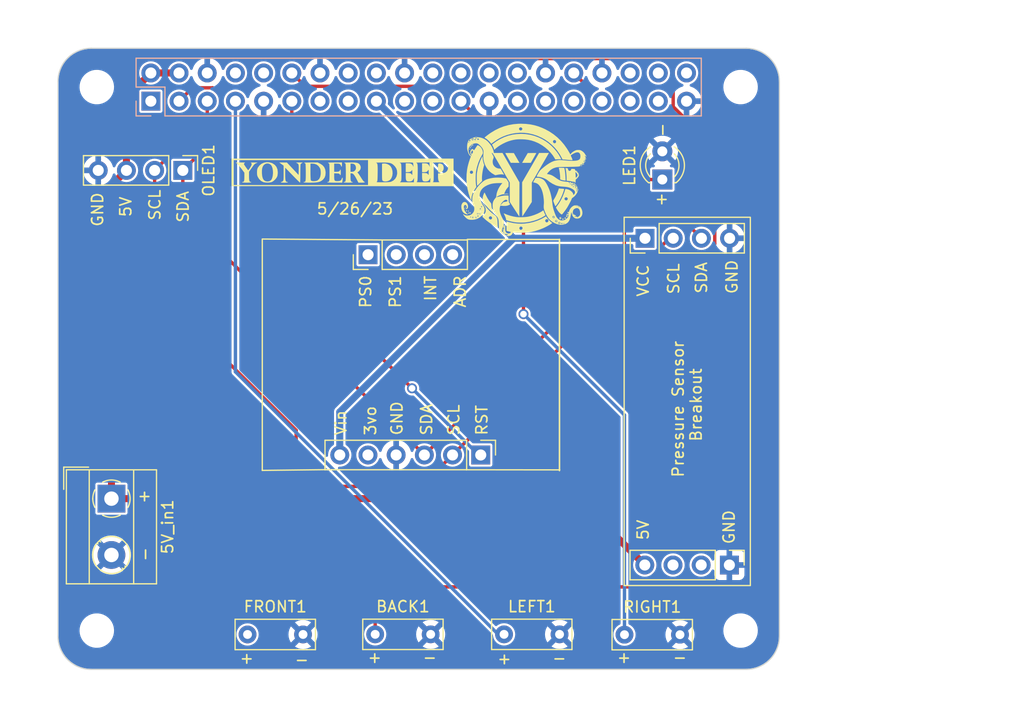
<source format=kicad_pcb>
(kicad_pcb (version 20211014) (generator pcbnew)
  (title_block (date "15 nov 2012"))
  (layers (0 "F.Cu" signal) (31 "B.Cu" signal) (34 "B.Paste" user) (35 "F.Paste" user) (36 "B.SilkS" user "B.Silkscreen") (37 "F.SilkS" user "F.Silkscreen") (38 "B.Mask" user) (39 "F.Mask" user) (44 "Edge.Cuts" user))
  (net 0 "")
  (net 1 "GND")
  (net 2 "Back_Motor")
  (net 3 "Front_Motor")
  (net 4 "IMU_RST")
  (net 5 "/GPIO[14]{slash}TXD0")
  (net 6 "/GPIO[15]{slash}RXD0")
  (net 7 "SCL1")
  (net 8 "SDA1")
  (net 10 "/GPIO[22]")
  (net 11 "/GPIO[23]")
  (net 12 "3.3V")
  (net 13 "/GPIO[10]{slash}SPI0.MOSI")
  (net 14 "/GPIO[9]{slash}SPI0.MISO")
  (net 15 "/GPIO[25]")
  (net 17 "/GPIO[8]{slash}SPI0.CE0")
  (net 18 "/GPIO[7]{slash}SPI0.CE1")
  (net 19 "/ID_SDA")
  (net 20 "/ID_SCL")
  (net 21 "/GPIO[5]")
  (net 22 "/GPIO[6]")
  (net 24 "/GPIO[13]{slash}PWM1")
  (net 25 "/GPIO[19]{slash}PCM.FS")
  (net 26 "/GPIO[16]")
  (net 27 "/GPIO[26]")
  (net 28 "/GPIO[20]{slash}PCM.DIN")
  (net 29 "/GPIO[21]{slash}PCM.DOUT")
  (net 32 "5V")
  (net 33 "/GPIO[27]")
  (net 34 "Right_Motor")
  (net 35 "LED_GPIO12")
  (net 38 "Left_Motor")
  (footprint "MountingHole:MountingHole_2.7mm_M2.5" (layer "F.Cu") (at 161.5 47.5)
    (fp_text reference "MH2" hide)
    (fp_text value "MountingHole_2.7mm_M2.5" hide)
    (pad "" np_thru_hole circle locked (at 0 0) (size 2.7 2.7) (drill 2.7) (layers *.Cu *.Mask))
  )
  (footprint "LED_THT:LED_D3.0mm" (layer "F.Cu") (at 154.45 55.835 90)
    (fp_text reference "LED1" (at 1.27 -2.96 90) (layer "F.SilkS"))
    (fp_text value "Conn_01x02_Female" hide)
    (pad "1" thru_hole rect (at 0 0 90) (size 1.8 1.8) (drill 0.9) (layers *.Cu *.Mask) (net 35 "LED_GPIO12"))
    (pad "2" thru_hole circle (at 2.54 0 90) (size 1.8 1.8) (drill 0.9) (layers *.Cu *.Mask) (net 1 "GND"))
  )
  (footprint "Capacitor_THT:C_Rect_L7.0mm_W2.5mm_P5.00mm" (layer "F.Cu") (at 151.04 96.87)
    (fp_text reference "RIGHT1" (at 2.5 -2.5) (layer "F.SilkS"))
    (fp_text value "Conn_01x02_Female" hide)
    (pad "1" thru_hole circle (at 0 0) (size 1.6 1.6) (drill 0.8) (layers *.Cu *.Mask) (net 34 "Right_Motor"))
    (pad "2" thru_hole circle (at 5 0) (size 1.6 1.6) (drill 0.8) (layers *.Cu *.Mask) (net 1 "GND"))
  )
  (footprint "Connector_PinHeader_2.54mm:PinHeader_1x04_P2.54mm_Vertical" (layer "F.Cu") (at 160.49 90.59 -90)
    (fp_text reference "Pressure_Sensor_Breakout_Left1" hide)
    (fp_text value "Conn_01x04_Female" hide)
    (pad "1" thru_hole rect (at 0 0 270) (size 1.7 1.7) (drill 1) (layers *.Cu *.Mask) (net 1 "GND"))
    (pad "2" thru_hole oval (at 0 2.54 270) (size 1.7 1.7) (drill 1) (layers *.Cu *.Mask))
    (pad "3" thru_hole oval (at 0 5.08 270) (size 1.7 1.7) (drill 1) (layers *.Cu *.Mask))
    (pad "4" thru_hole oval (at 0 7.62 270) (size 1.7 1.7) (drill 1) (layers *.Cu *.Mask) (net 32 "5V"))
  )
  (footprint "TerminalBlock_MetzConnect:TerminalBlock_MetzConnect_Type101_RT01602HBWC_1x02_P5.08mm_Horizontal" (layer "F.Cu") (at 104.82 84.605 -90)
    (fp_text reference "5V_in1" (at 2.54 -5.06 90) (layer "F.SilkS"))
    (fp_text value "Conn_01x02_Female" hide)
    (pad "1" thru_hole rect (at 0 0 270) (size 2.5 2.5) (drill 1.3) (layers *.Cu *.Mask) (net 32 "5V"))
    (pad "2" thru_hole circle (at 5.08 0 270) (size 2.5 2.5) (drill 1.3) (layers *.Cu *.Mask) (net 1 "GND"))
  )
  (footprint "LOGO" (layer "F.Cu") (at 141.82 55.73)
    (fp_text reference "G***" hide)
    (fp_text value "LOGO" hide)
  )
  (footprint "Connector_PinHeader_2.54mm:PinHeader_1x04_P2.54mm_Vertical" (layer "F.Cu") (at 127.94 62.612381 90)
    (fp_text reference "IMU_Right1" hide)
    (fp_text value "Conn_01x04_Female" hide)
    (pad "1" thru_hole rect (at 0 0 90) (size 1.7 1.7) (drill 1) (layers *.Cu *.Mask))
    (pad "2" thru_hole oval (at 0 2.54 90) (size 1.7 1.7) (drill 1) (layers *.Cu *.Mask))
    (pad "3" thru_hole oval (at 0 5.08 90) (size 1.7 1.7) (drill 1) (layers *.Cu *.Mask))
    (pad "4" thru_hole oval (at 0 7.62 90) (size 1.7 1.7) (drill 1) (layers *.Cu *.Mask))
  )
  (footprint "Capacitor_THT:C_Rect_L7.0mm_W2.5mm_P5.00mm" (layer "F.Cu") (at 140.19 96.84)
    (fp_text reference "LEFT1" (at 2.5 -2.5) (layer "F.SilkS"))
    (fp_text value "Conn_01x02_Female" hide)
    (pad "1" thru_hole circle (at 0 0) (size 1.6 1.6) (drill 0.8) (layers *.Cu *.Mask) (net 38 "Left_Motor"))
    (pad "2" thru_hole circle (at 5 0) (size 1.6 1.6) (drill 0.8) (layers *.Cu *.Mask) (net 1 "GND"))
  )
  (footprint "MountingHole:MountingHole_2.7mm_M2.5" (layer "F.Cu") (at 103.5 96.5)
    (fp_text reference "MH3" hide)
    (fp_text value "MountingHole_2.7mm_M2.5" hide)
    (pad "" np_thru_hole circle locked (at 0 0) (size 2.7 2.7) (drill 2.7) (layers *.Cu *.Mask))
  )
  (footprint "MountingHole:MountingHole_2.7mm_M2.5" (layer "F.Cu") (at 103.5 47.5)
    (fp_text reference "MH1" hide)
    (fp_text value "MountingHole_2.7mm_M2.5" hide)
    (pad "" np_thru_hole circle locked (at 0 0) (size 2.7 2.7) (drill 2.7) (layers *.Cu *.Mask))
  )
  (footprint "Capacitor_THT:C_Rect_L7.0mm_W2.5mm_P5.00mm" (layer "F.Cu") (at 117.08 96.85)
    (fp_text reference "FRONT1" (at 2.5 -2.5) (layer "F.SilkS"))
    (fp_text value "Conn_01x02_Female" hide)
    (pad "1" thru_hole circle (at 0 0) (size 1.6 1.6) (drill 0.8) (layers *.Cu *.Mask) (net 3 "Front_Motor"))
    (pad "2" thru_hole circle (at 5 0) (size 1.6 1.6) (drill 0.8) (layers *.Cu *.Mask) (net 1 "GND"))
  )
  (footprint "Capacitor_THT:C_Rect_L7.0mm_W2.5mm_P5.00mm" (layer "F.Cu") (at 128.58 96.84)
    (fp_text reference "BACK1" (at 2.5 -2.5) (layer "F.SilkS"))
    (fp_text value "Conn_01x02_Female" hide)
    (pad "1" thru_hole circle (at 0 0) (size 1.6 1.6) (drill 0.8) (layers *.Cu *.Mask) (net 2 "Back_Motor"))
    (pad "2" thru_hole circle (at 5 0) (size 1.6 1.6) (drill 0.8) (layers *.Cu *.Mask) (net 1 "GND"))
  )
  (footprint "Connector_PinHeader_2.54mm:PinHeader_1x04_P2.54mm_Vertical" (layer "F.Cu") (at 152.89 61.13 90)
    (fp_text reference "JPressure_Sensor_Breakout_Right1" hide)
    (fp_text value "Conn_01x04_Female" hide)
    (pad "1" thru_hole rect (at 0 0 90) (size 1.7 1.7) (drill 1) (layers *.Cu *.Mask) (net 12 "3.3V"))
    (pad "2" thru_hole oval (at 0 2.54 90) (size 1.7 1.7) (drill 1) (layers *.Cu *.Mask) (net 7 "SCL1"))
    (pad "3" thru_hole oval (at 0 5.08 90) (size 1.7 1.7) (drill 1) (layers *.Cu *.Mask) (net 8 "SDA1"))
    (pad "4" thru_hole oval (at 0 7.62 90) (size 1.7 1.7) (drill 1) (layers *.Cu *.Mask) (net 1 "GND"))
  )
  (footprint "MountingHole:MountingHole_2.7mm_M2.5" (layer "F.Cu") (at 161.5 96.5)
    (fp_text reference "MH4" hide)
    (fp_text value "MountingHole_2.7mm_M2.5" hide)
    (pad "" np_thru_hole circle locked (at 0 0) (size 2.7 2.7) (drill 2.7) (layers *.Cu *.Mask))
  )
  (footprint "Connector_PinHeader_2.54mm:PinHeader_1x04_P2.54mm_Vertical" (layer "F.Cu") (at 111.25 55.01 -90)
    (fp_text reference "OLED1" (at 0 -2.33 90) (layer "F.SilkS"))
    (fp_text value "Conn_01x04_Female" hide)
    (pad "1" thru_hole rect (at 0 0 270) (size 1.7 1.7) (drill 1) (layers *.Cu *.Mask) (net 8 "SDA1"))
    (pad "2" thru_hole oval (at 0 2.54 270) (size 1.7 1.7) (drill 1) (layers *.Cu *.Mask) (net 7 "SCL1"))
    (pad "3" thru_hole oval (at 0 5.08 270) (size 1.7 1.7) (drill 1) (layers *.Cu *.Mask) (net 32 "5V"))
    (pad "4" thru_hole oval (at 0 7.62 270) (size 1.7 1.7) (drill 1) (layers *.Cu *.Mask) (net 1 "GND"))
  )
  (footprint "Connector_PinHeader_2.54mm:PinHeader_1x06_P2.54mm_Vertical" (layer "F.Cu") (at 138.09 80.67 -90)
    (fp_text reference "IMU_Left1" hide)
    (fp_text value "Conn_01x06_Female" hide)
    (pad "1" thru_hole rect (at 0 0 270) (size 1.7 1.7) (drill 1) (layers *.Cu *.Mask) (net 4 "IMU_RST"))
    (pad "2" thru_hole oval (at 0 2.54 270) (size 1.7 1.7) (drill 1) (layers *.Cu *.Mask) (net 7 "SCL1"))
    (pad "3" thru_hole oval (at 0 5.08 270) (size 1.7 1.7) (drill 1) (layers *.Cu *.Mask) (net 8 "SDA1"))
    (pad "4" thru_hole oval (at 0 7.62 270) (size 1.7 1.7) (drill 1) (layers *.Cu *.Mask) (net 1 "GND"))
    (pad "5" thru_hole oval (at 0 10.16 270) (size 1.7 1.7) (drill 1) (layers *.Cu *.Mask))
    (pad "6" thru_hole oval (at 0 12.7 270) (size 1.7 1.7) (drill 1) (layers *.Cu *.Mask) (net 12 "3.3V"))
  )
  (footprint "LOGO" (layer "F.Cu") (at 125.622483 55.172482)
    (fp_text reference "G***" hide)
    (fp_text value "LOGO" hide)
  )
  (footprint "Connector_PinSocket_2.54mm:PinSocket_2x20_P2.54mm_Vertical" (layer "B.Cu") (at 108.37 48.77 -90)
    (fp_text reference "J1" hide)
    (fp_text value "GPIO")
    (pad "1" thru_hole rect locked (at 0 0 270) (size 1.7 1.7) (drill 1) (layers *.Cu *.Mask))
    (pad "2" thru_hole oval locked (at -2.54 0 270) (size 1.7 1.7) (drill 1) (layers *.Cu *.Mask) (net 32 "5V"))
    (pad "3" thru_hole oval locked (at 0 -2.54 270) (size 1.7 1.7) (drill 1) (layers *.Cu *.Mask) (net 8 "SDA1"))
    (pad "4" thru_hole oval locked (at -2.54 -2.54 270) (size 1.7 1.7) (drill 1) (layers *.Cu *.Mask) (net 32 "5V"))
    (pad "5" thru_hole oval locked (at 0 -5.08 270) (size 1.7 1.7) (drill 1) (layers *.Cu *.Mask) (net 7 "SCL1"))
    (pad "6" thru_hole oval locked (at -2.54 -5.08 270) (size 1.7 1.7) (drill 1) (layers *.Cu *.Mask) (net 1 "GND"))
    (pad "7" thru_hole oval locked (at 0 -7.62 270) (size 1.7 1.7) (drill 1) (layers *.Cu *.Mask) (net 38 "Left_Motor"))
    (pad "8" thru_hole oval locked (at -2.54 -7.62 270) (size 1.7 1.7) (drill 1) (layers *.Cu *.Mask) (net 5 "/GPIO[14]{slash}TXD0"))
    (pad "9" thru_hole oval locked (at 0 -10.16 270) (size 1.7 1.7) (drill 1) (layers *.Cu *.Mask) (net 1 "GND"))
    (pad "10" thru_hole oval locked (at -2.54 -10.16 270) (size 1.7 1.7) (drill 1) (layers *.Cu *.Mask) (net 6 "/GPIO[15]{slash}RXD0"))
    (pad "11" thru_hole oval locked (at 0 -12.7 270) (size 1.7 1.7) (drill 1) (layers *.Cu *.Mask) (net 4 "IMU_RST"))
    (pad "12" thru_hole oval locked (at -2.54 -12.7 270) (size 1.7 1.7) (drill 1) (layers *.Cu *.Mask) (net 2 "Back_Motor"))
    (pad "13" thru_hole oval locked (at 0 -15.24 270) (size 1.7 1.7) (drill 1) (layers *.Cu *.Mask) (net 33 "/GPIO[27]"))
    (pad "14" thru_hole oval locked (at -2.54 -15.24 270) (size 1.7 1.7) (drill 1) (layers *.Cu *.Mask) (net 1 "GND"))
    (pad "15" thru_hole oval locked (at 0 -17.78 270) (size 1.7 1.7) (drill 1) (layers *.Cu *.Mask) (net 10 "/GPIO[22]"))
    (pad "16" thru_hole oval locked (at -2.54 -17.78 270) (size 1.7 1.7) (drill 1) (layers *.Cu *.Mask) (net 11 "/GPIO[23]"))
    (pad "17" thru_hole oval locked (at 0 -20.32 270) (size 1.7 1.7) (drill 1) (layers *.Cu *.Mask) (net 12 "3.3V"))
    (pad "18" thru_hole oval locked (at -2.54 -20.32 270) (size 1.7 1.7) (drill 1) (layers *.Cu *.Mask) (net 3 "Front_Motor"))
    (pad "19" thru_hole oval locked (at 0 -22.86 270) (size 1.7 1.7) (drill 1) (layers *.Cu *.Mask) (net 13 "/GPIO[10]{slash}SPI0.MOSI"))
    (pad "20" thru_hole oval locked (at -2.54 -22.86 270) (size 1.7 1.7) (drill 1) (layers *.Cu *.Mask) (net 1 "GND"))
    (pad "21" thru_hole oval locked (at 0 -25.4 270) (size 1.7 1.7) (drill 1) (layers *.Cu *.Mask) (net 14 "/GPIO[9]{slash}SPI0.MISO"))
    (pad "22" thru_hole oval locked (at -2.54 -25.4 270) (size 1.7 1.7) (drill 1) (layers *.Cu *.Mask) (net 15 "/GPIO[25]"))
    (pad "23" thru_hole oval locked (at 0 -27.94 270) (size 1.7 1.7) (drill 1) (layers *.Cu *.Mask) (net 34 "Right_Motor"))
    (pad "24" thru_hole oval locked (at -2.54 -27.94 270) (size 1.7 1.7) (drill 1) (layers *.Cu *.Mask) (net 17 "/GPIO[8]{slash}SPI0.CE0"))
    (pad "25" thru_hole oval locked (at 0 -30.48 270) (size 1.7 1.7) (drill 1) (layers *.Cu *.Mask) (net 1 "GND"))
    (pad "26" thru_hole oval locked (at -2.54 -30.48 270) (size 1.7 1.7) (drill 1) (layers *.Cu *.Mask) (net 18 "/GPIO[7]{slash}SPI0.CE1"))
    (pad "27" thru_hole oval locked (at 0 -33.02 270) (size 1.7 1.7) (drill 1) (layers *.Cu *.Mask) (net 19 "/ID_SDA"))
    (pad "28" thru_hole oval locked (at -2.54 -33.02 270) (size 1.7 1.7) (drill 1) (layers *.Cu *.Mask) (net 20 "/ID_SCL"))
    (pad "29" thru_hole oval locked (at 0 -35.56 270) (size 1.7 1.7) (drill 1) (layers *.Cu *.Mask) (net 21 "/GPIO[5]"))
    (pad "30" thru_hole oval locked (at -2.54 -35.56 270) (size 1.7 1.7) (drill 1) (layers *.Cu *.Mask) (net 1 "GND"))
    (pad "31" thru_hole oval locked (at 0 -38.1 270) (size 1.7 1.7) (drill 1) (layers *.Cu *.Mask) (net 22 "/GPIO[6]"))
    (pad "32" thru_hole oval locked (at -2.54 -38.1 270) (size 1.7 1.7) (drill 1) (layers *.Cu *.Mask) (net 35 "LED_GPIO12"))
    (pad "33" thru_hole oval locked (at 0 -40.64 270) (size 1.7 1.7) (drill 1) (layers *.Cu *.Mask) (net 24 "/GPIO[13]{slash}PWM1"))
    (pad "34" thru_hole oval locked (at -2.54 -40.64 270) (size 1.7 1.7) (drill 1) (layers *.Cu *.Mask) (net 1 "GND"))
    (pad "35" thru_hole oval locked (at 0 -43.18 270) (size 1.7 1.7) (drill 1) (layers *.Cu *.Mask) (net 25 "/GPIO[19]{slash}PCM.FS"))
    (pad "36" thru_hole oval locked (at -2.54 -43.18 270) (size 1.7 1.7) (drill 1) (layers *.Cu *.Mask) (net 26 "/GPIO[16]"))
    (pad "37" thru_hole oval locked (at 0 -45.72 270) (size 1.7 1.7) (drill 1) (layers *.Cu *.Mask) (net 27 "/GPIO[26]"))
    (pad "38" thru_hole oval locked (at -2.54 -45.72 270) (size 1.7 1.7) (drill 1) (layers *.Cu *.Mask) (net 28 "/GPIO[20]{slash}PCM.DIN"))
    (pad "39" thru_hole oval locked (at 0 -48.26 270) (size 1.7 1.7) (drill 1) (layers *.Cu *.Mask) (net 1 "GND"))
    (pad "40" thru_hole oval locked (at -2.54 -48.26 270) (size 1.7 1.7) (drill 1) (layers *.Cu *.Mask) (net 29 "/GPIO[21]{slash}PCM.DOUT"))
  )
  (gr_line (start 118.41 61.227381) (end 118.41 82.057381) (layer "F.SilkS") (width 0.12))
  (gr_line (start 145.19 82.057381) (end 145.19 61.24) (layer "F.SilkS") (width 0.12))
  (gr_line (start 118.41 61.2) (end 129.21 61.282381) (layer "F.SilkS") (width 0.12))
  (gr_rect (start 151.01 59.24) (end 162.38 92.44) (layer "F.SilkS") (width 0.12) (fill none))
  (gr_line (start 145.2 82.01) (end 136.79 82) (layer "F.SilkS") (width 0.12))
  (gr_line (start 145.18 61.22) (end 145.18 82.09) (layer "F.SilkS") (width 0.12))
  (gr_line (start 145.19 61.24) (end 136.88 61.23) (layer "F.SilkS") (width 0.12))
  (gr_line (start 118.41 82.057381) (end 124.06 81.992381) (layer "F.SilkS") (width 0.12))
  (gr_arc (start 162 44) (mid 164.12132 44.87868) (end 165 47) (layer "Edge.Cuts") (width 0.1))
  (gr_line (start 165 97) (end 165 47) (layer "Edge.Cuts") (width 0.1))
  (gr_line (start 100 47) (end 100 63) (layer "Edge.Cuts") (width 0.1))
  (gr_line (start 100 63) (end 100 81) (layer "Edge.Cuts") (width 0.1))
  (gr_arc (start 103 100) (mid 100.87868 99.12132) (end 100 97) (layer "Edge.Cuts") (width 0.1))
  (gr_line (start 103 100) (end 162 100) (layer "Edge.Cuts") (width 0.1))
  (gr_arc (start 165 97) (mid 164.12132 99.12132) (end 162 100) (layer "Edge.Cuts") (width 0.1))
  (gr_arc (start 100 47) (mid 100.87868 44.87868) (end 103 44) (layer "Edge.Cuts") (width 0.1))
  (gr_line (start 100 81) (end 100 97) (layer "Edge.Cuts") (width 0.1))
  (gr_line (start 162 44) (end 103 44) (layer "Edge.Cuts") (width 0.1))
  (gr_text "GND\n" (at 160.72 64.61 90) (layer "F.SilkS") (effects (font (size 1 1))))
  (gr_text "PS1\n" (at 130.39 65.95619 90) (layer "F.SilkS") (effects (font (size 1 1))))
  (gr_text "SDA\n" (at 157.97 64.69 90) (layer "F.SilkS") (effects (font (size 1 1))))
  (gr_text "SCL\n" (at 108.73 58.13 90) (layer "F.SilkS") (effects (font (size 1 1))))
  (gr_text "5/26/23" (at 126.76 58.48) (layer "F.SilkS") (effects (font (size 1 1))))
  (gr_text "+" (at 128.54 98.91) (layer "F.SilkS") (effects (font (size 1 1))))
  (gr_text "GND\n" (at 103.57 58.54 90) (layer "F.SilkS") (effects (font (size 1 1))))
  (gr_text "RST\n" (at 138.19 77.53 90) (layer "F.SilkS") (effects (font (size 1 1))))
  (gr_text "+" (at 151 98.91) (layer "F.SilkS") (effects (font (size 1 1))))
  (gr_text "Vin\n" (at 125.49 77.768096 90) (layer "F.SilkS") (effects (font (size 1 1))))
  (gr_text "-" (at 107.82 89.62 90) (layer "F.SilkS") (effects (font (size 1 1))))
  (gr_text "-" (at 154.42 51.36 90) (layer "F.SilkS") (effects (font (size 1 1))))
  (gr_text "5V\n" (at 106.11 58.29 90) (layer "F.SilkS") (effects (font (size 1 1))))
  (gr_text "+" (at 107.8 84.34) (layer "F.SilkS") (effects (font (size 1 1))))
  (gr_text "-" (at 133.5 98.91) (layer "F.SilkS") (effects (font (size 1 1))))
  (gr_text "SDA\n" (at 111.27 58.29 90) (layer "F.SilkS") (effects (font (size 1 1))))
  (gr_text "+" (at 140.22 99.03) (layer "F.SilkS") (effects (font (size 1 1))))
  (gr_text "-" (at 145.17 98.98) (layer "F.SilkS") (effects (font (size 1 1))))
  (gr_text "GND\n" (at 130.54 77.363334 90) (layer "F.SilkS") (effects (font (size 1 1))))
  (gr_text "-" (at 156.03 98.91) (layer "F.SilkS") (effects (font (size 1 1))))
  (gr_text "INT\n" (at 133.57 65.646666 90) (layer "F.SilkS") (effects (font (size 1 1))))
  (gr_text "VCC\n" (at 152.72 64.95 90) (layer "F.SilkS") (effects (font (size 1 1))))
  (gr_text "-" (at 121.97 99.12) (layer "F.SilkS") (effects (font (size 1 1))))
  (gr_text "SCL\n" (at 155.47 64.78 90) (layer "F.SilkS") (effects (font (size 1 1))))
  (gr_text "SDA\n" (at 133.21 77.482381 90) (layer "F.SilkS") (effects (font (size 1 1))))
  (gr_text "GND\n" (at 160.46 87.17 90) (layer "F.SilkS") (effects (font (size 1 1))))
  (gr_text "ADR\n" (at 136.24 65.932381 90) (layer "F.SilkS") (effects (font (size 1 1))))
  (gr_text "+" (at 117.01 98.98) (layer "F.SilkS") (effects (font (size 1 1))))
  (gr_text "3vo\n" (at 128.16 77.577619 90) (layer "F.SilkS") (effects (font (size 1 1))))
  (gr_text "5V\n" (at 152.72 87.42 90) (layer "F.SilkS") (effects (font (size 1 1))))
  (gr_text "PS0\n" (at 127.72 65.95619 90) (layer "F.SilkS") (effects (font (size 1 1))))
  (gr_text "+" (at 154.4 57.56) (layer "F.SilkS") (effects (font (size 1 1))))
  (gr_text "SCL\n" (at 135.66 77.506191 90) (layer "F.SilkS") (effects (font (size 1 1))))
  (gr_text "Pressure Sensor \nBreakout" (at 156.68 76.15 90) (layer "F.SilkS") (effects (font (size 1 1))))
  (segment (start 128.58 96.84) (end 128.58 93.08) (width 0.3048) (layer "F.Cu") (net 2))
  (segment (start 129.1 92.56) (end 152.600451 92.56) (width 0.3048) (layer "F.Cu") (net 2))
  (segment (start 137.5124 45.867149) (end 137.5124 46.728051) (width 0.3048) (layer "F.Cu") (net 2))
  (segment (start 157.29 51.130451) (end 155.4276 49.268051) (width 0.3048) (layer "F.Cu") (net 2))
  (segment (start 159.1724 61.628051) (end 159.1724 56.246238) (width 0.3048) (layer "F.Cu") (net 2))
  (segment (start 154.0724 91.088051) (end 154.0724 66.728051) (width 0.3048) (layer "F.Cu") (net 2))
  (segment (start 137.5124 46.728051) (end 136.808051 47.4324) (width 0.3048) (layer "F.Cu") (net 2))
  (segment (start 154.0724 66.728051) (end 159.1724 61.628051) (width 0.3048) (layer "F.Cu") (net 2))
  (segment (start 155.4276 45.867149) (end 154.490451 44.93) (width 0.3048) (layer "F.Cu") (net 2))
  (segment (start 157.29 54.363838) (end 157.29 51.130451) (width 0.3048) (layer "F.Cu") (net 2))
  (segment (start 128.58 93.08) (end 129.11 92.55) (width 0.3048) (layer "F.Cu") (net 2))
  (segment (start 152.600451 92.56) (end 154.0724 91.088051) (width 0.3048) (layer "F.Cu") (net 2))
  (segment (start 159.1724 56.246238) (end 157.29 54.363838) (width 0.3048) (layer "F.Cu") (net 2))
  (segment (start 122.2724 47.4324) (end 121.07 46.23) (width 0.3048) (layer "F.Cu") (net 2))
  (segment (start 136.808051 47.4324) (end 122.2724 47.4324) (width 0.3048) (layer "F.Cu") (net 2))
  (segment (start 138.449549 44.93) (end 137.5124 45.867149) (width 0.3048) (layer "F.Cu") (net 2))
  (segment (start 155.4276 49.268051) (end 155.4276 45.867149) (width 0.3048) (layer "F.Cu") (net 2))
  (segment (start 154.490451 44.93) (end 138.449549 44.93) (width 0.3048) (layer "F.Cu") (net 2))
  (segment (start 121.07 63.83) (end 131.9 74.66) (width 0.3048) (layer "F.Cu") (net 4))
  (segment (start 121.07 48.77) (end 121.07 63.83) (width 0.3048) (layer "F.Cu") (net 4))
  (via (at 131.9 74.66) (size 0.9) (drill 0.6) (layers "F.Cu" "B.Cu") (net 4))
  (segment (start 131.9 74.66) (end 137.91 80.67) (width 0.3048) (layer "B.Cu") (net 4))
  (segment (start 137.91 80.67) (end 138.09 80.67) (width 0.3048) (layer "B.Cu") (net 4))
  (segment (start 132.72 83.5) (end 135.55 80.67) (width 0.3048) (layer "F.Cu") (net 7))
  (segment (start 108.71 55.01) (end 113.45 50.27) (width 0.3048) (layer "F.Cu") (net 7))
  (segment (start 108.71 55.01) (end 108.71 65.690451) (width 0.3048) (layer "F.Cu") (net 7))
  (segment (start 108.71 65.690451) (end 121.46 78.440451) (width 0.3048) (layer "F.Cu") (net 7))
  (segment (start 121.46 78.440451) (end 121.46 81.73) (width 0.3048) (layer "F.Cu") (net 7))
  (segment (start 113.45 50.27) (end 113.45 48.77) (width 0.3048) (layer "F.Cu") (net 7))
  (segment (start 135.55 80.67) (end 155.09 61.13) (width 0.3048) (layer "F.Cu") (net 7))
  (segment (start 155.09 61.13) (end 155.43 61.13) (width 0.3048) (layer "F.Cu") (net 7))
  (segment (start 123.23 83.5) (end 132.72 83.5) (width 0.3048) (layer "F.Cu") (net 7))
  (segment (start 121.46 81.73) (end 123.23 83.5) (width 0.3048) (layer "F.Cu") (net 7))
  (segment (start 110.91 48.77) (end 112.1124 47.5676) (width 0.3048) (layer "F.Cu") (net 8))
  (segment (start 114.6524 51.6076) (end 111.25 55.01) (width 0.3048) (layer "F.Cu") (net 8))
  (segment (start 110.91 54.67) (end 111.25 55.01) (width 0.3048) (layer "F.Cu") (net 8))
  (segment (start 155.89 59.05) (end 157.97 61.13) (width 0.3048) (layer "F.Cu") (net 8))
  (segment (start 111.25 55.01) (end 111.25 58.91) (width 0.3048) (layer "F.Cu") (net 8))
  (segment (start 151.03 59.05) (end 155.89 59.05) (width 0.3048) (layer "F.Cu") (net 8))
  (segment (start 113.948051 47.5676) (end 114.6524 48.271949) (width 0.3048) (layer "F.Cu") (net 8))
  (segment (start 133.01 80.67) (end 151.03 62.65) (width 0.3048) (layer "F.Cu") (net 8))
  (segment (start 151.03 62.65) (end 151.03 59.05) (width 0.3048) (layer "F.Cu") (net 8))
  (segment (start 111.25 58.91) (end 133.01 80.67) (width 0.3048) (layer "F.Cu") (net 8))
  (segment (start 114.6524 48.271949) (end 114.6524 51.6076) (width 0.3048) (layer "F.Cu") (net 8))
  (segment (start 112.1124 47.5676) (end 113.948051 47.5676) (width 0.3048) (layer "F.Cu") (net 8))
  (segment (start 110.91 54.67) (end 111.25 55.01) (width 0.3048) (layer "B.Cu") (net 8))
  (segment (start 125.39 80.67) (end 125.39 76.79) (width 0.635) (layer "B.Cu") (net 12))
  (segment (start 128.69 48.77) (end 141.05 61.13) (width 0.635) (layer "B.Cu") (net 12))
  (segment (start 152.89 61.13) (end 141.05 61.13) (width 0.635) (layer "B.Cu") (net 12))
  (segment (start 125.39 76.79) (end 141.05 61.13) (width 0.635) (layer "B.Cu") (net 12))
  (segment (start 104.82 56.36) (end 106.17 55.01) (width 0.635) (layer "F.Cu") (net 32))
  (segment (start 107.0025 47.5975) (end 108.37 46.23) (width 0.635) (layer "F.Cu") (net 32))
  (segment (start 108.37 46.23) (end 110.91 46.23) (width 0.635) (layer "F.Cu") (net 32))
  (segment (start 106.17 55.01) (end 106.17 51.36) (width 0.635) (layer "F.Cu") (net 32))
  (segment (start 107.0025 50.5275) (end 107.0025 47.5975) (width 0.635) (layer "F.Cu") (net 32))
  (segment (start 146.885 84.605) (end 152.87 90.59) (width 0.635) (layer "F.Cu") (net 32))
  (segment (start 104.82 84.605) (end 146.885 84.605) (width 0.635) (layer "F.Cu") (net 32))
  (segment (start 106.17 51.36) (end 107.0025 50.5275) (width 0.635) (layer "F.Cu") (net 32))
  (segment (start 104.82 84.605) (end 104.82 56.36) (width 0.635) (layer "F.Cu") (net 32))
  (segment (start 136.31 48.77) (end 141.94 54.4) (width 0.3048) (layer "F.Cu") (net 34))
  (segment (start 141.94 54.4) (end 141.94 67.97) (width 0.3048) (layer "F.Cu") (net 34))
  (via (at 141.94 67.97) (size 0.9) (drill 0.6) (layers "F.Cu" "B.Cu") (net 34))
  (segment (start 141.94 67.97) (end 151.04 77.07) (width 0.3048) (layer "B.Cu") (net 34))
  (segment (start 151.04 77.07) (end 151.04 96.87) (width 0.3048) (layer "B.Cu") (net 34))
  (segment (start 149.925 55.835) (end 154.45 55.835) (width 0.3048) (layer "F.Cu") (net 35))
  (segment (start 146.47 46.23) (end 147.75 47.51) (width 0.3048) (layer "F.Cu") (net 35))
  (segment (start 147.75 53.66) (end 149.925 55.835) (width 0.3048) (layer "F.Cu") (net 35))
  (segment (start 147.75 47.51) (end 147.75 53.66) (width 0.3048) (layer "F.Cu") (net 35))
  (segment (start 139.66 96.84) (end 140.19 96.84) (width 0.3048) (layer "B.Cu") (net 38))
  (segment (start 115.99 48.77) (end 115.99 73.17) (width 0.3048) (layer "B.Cu") (net 38))
  (segment (start 115.99 73.17) (end 139.66 96.84) (width 0.3048) (layer "B.Cu") (net 38))
  (zone (net 1) (net_name "GND") (layer "B.Cu") (name "GND") (connect_pads (clearance 0)) (min_thickness 0.254) (fill yes (thermal_gap 0.508) (thermal_bridge_width 0.508))
    (polygon (pts (xy 172.47 102.46) (xy 96.49 103.23) (xy 94.78 40.34) (xy 170.54 41.2) (xy 171.57 39.65)))
  )
)
</source>
